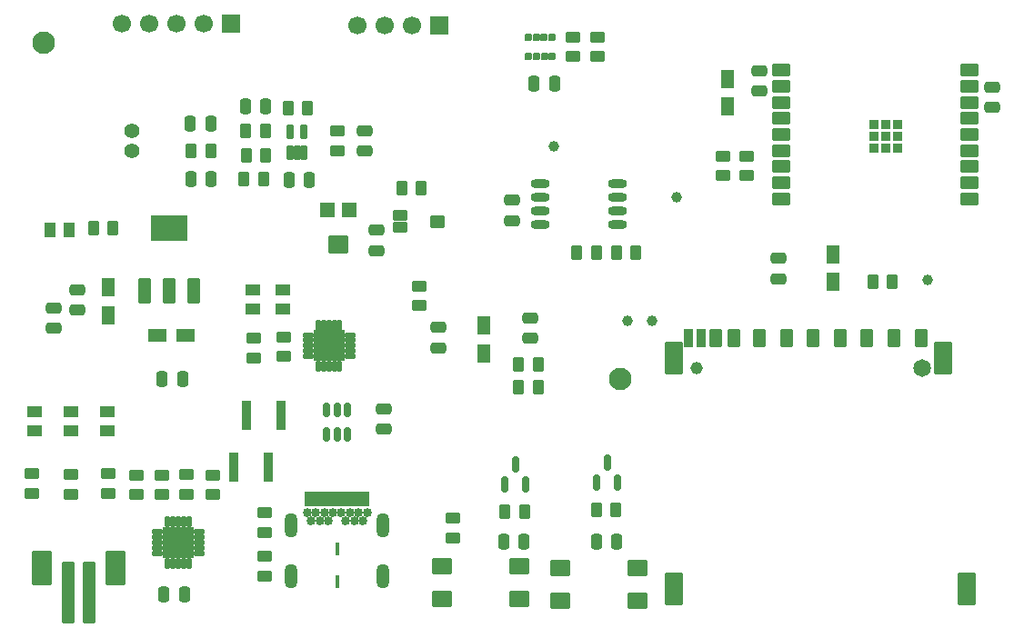
<source format=gts>
%TF.GenerationSoftware,KiCad,Pcbnew,9.0.4*%
%TF.CreationDate,2025-12-28T12:05:50+05:30*%
%TF.ProjectId,ESP-32 C3 demo project004,4553502d-3332-4204-9333-2064656d6f20,rev?*%
%TF.SameCoordinates,Original*%
%TF.FileFunction,Soldermask,Top*%
%TF.FilePolarity,Negative*%
%FSLAX45Y45*%
G04 Gerber Fmt 4.5, Leading zero omitted, Abs format (unit mm)*
G04 Created by KiCad (PCBNEW 9.0.4) date 2025-12-28 12:05:50*
%MOMM*%
%LPD*%
G01*
G04 APERTURE LIST*
G04 Aperture macros list*
%AMRoundRect*
0 Rectangle with rounded corners*
0 $1 Rounding radius*
0 $2 $3 $4 $5 $6 $7 $8 $9 X,Y pos of 4 corners*
0 Add a 4 corners polygon primitive as box body*
4,1,4,$2,$3,$4,$5,$6,$7,$8,$9,$2,$3,0*
0 Add four circle primitives for the rounded corners*
1,1,$1+$1,$2,$3*
1,1,$1+$1,$4,$5*
1,1,$1+$1,$6,$7*
1,1,$1+$1,$8,$9*
0 Add four rect primitives between the rounded corners*
20,1,$1+$1,$2,$3,$4,$5,0*
20,1,$1+$1,$4,$5,$6,$7,0*
20,1,$1+$1,$6,$7,$8,$9,0*
20,1,$1+$1,$8,$9,$2,$3,0*%
G04 Aperture macros list end*
%ADD10RoundRect,0.250000X-0.450000X0.262500X-0.450000X-0.262500X0.450000X-0.262500X0.450000X0.262500X0*%
%ADD11RoundRect,0.250000X-0.262500X-0.450000X0.262500X-0.450000X0.262500X0.450000X-0.262500X0.450000X0*%
%ADD12R,1.230000X1.800000*%
%ADD13RoundRect,0.250000X0.450000X-0.262500X0.450000X0.262500X-0.450000X0.262500X-0.450000X-0.262500X0*%
%ADD14C,2.100000*%
%ADD15RoundRect,0.250000X0.262500X0.450000X-0.262500X0.450000X-0.262500X-0.450000X0.262500X-0.450000X0*%
%ADD16RoundRect,0.150000X0.150000X-0.587500X0.150000X0.587500X-0.150000X0.587500X-0.150000X-0.587500X0*%
%ADD17C,1.000000*%
%ADD18O,1.804000X0.804000*%
%ADD19RoundRect,0.250000X-0.475000X0.250000X-0.475000X-0.250000X0.475000X-0.250000X0.475000X0.250000X0*%
%ADD20R,1.400000X1.000000*%
%ADD21RoundRect,0.250000X0.475000X-0.250000X0.475000X0.250000X-0.475000X0.250000X-0.475000X-0.250000X0*%
%ADD22RoundRect,0.151000X0.151000X-0.546000X0.151000X0.546000X-0.151000X0.546000X-0.151000X-0.546000X0*%
%ADD23RoundRect,0.250000X-0.250000X-0.475000X0.250000X-0.475000X0.250000X0.475000X-0.250000X0.475000X0*%
%ADD24R,1.000000X1.400000*%
%ADD25RoundRect,0.116000X0.116000X-0.406000X0.116000X0.406000X-0.116000X0.406000X-0.116000X-0.406000X0*%
%ADD26RoundRect,0.116000X0.406000X-0.116000X0.406000X0.116000X-0.406000X0.116000X-0.406000X-0.116000X0*%
%ADD27RoundRect,0.102000X1.350000X-1.350000X1.350000X1.350000X-1.350000X1.350000X-1.350000X-1.350000X0*%
%ADD28RoundRect,0.150000X-0.150000X0.512500X-0.150000X-0.512500X0.150000X-0.512500X0.150000X0.512500X0*%
%ADD29RoundRect,0.250000X0.250000X0.475000X-0.250000X0.475000X-0.250000X-0.475000X0.250000X-0.475000X0*%
%ADD30RoundRect,0.102000X-0.500000X-2.750000X0.500000X-2.750000X0.500000X2.750000X-0.500000X2.750000X0*%
%ADD31RoundRect,0.102000X-0.800000X-1.500000X0.800000X-1.500000X0.800000X1.500000X-0.800000X1.500000X0*%
%ADD32C,1.412000*%
%ADD33RoundRect,0.102000X0.800000X-0.700000X0.800000X0.700000X-0.800000X0.700000X-0.800000X-0.700000X0*%
%ADD34R,1.800000X1.230000*%
%ADD35RoundRect,0.102000X-0.800000X0.700000X-0.800000X-0.700000X0.800000X-0.700000X0.800000X0.700000X0*%
%ADD36RoundRect,0.102000X-0.550000X-0.400000X0.550000X-0.400000X0.550000X0.400000X-0.550000X0.400000X0*%
%ADD37RoundRect,0.102000X-0.550000X-0.500000X0.550000X-0.500000X0.550000X0.500000X-0.550000X0.500000X0*%
%ADD38R,1.700000X1.700000*%
%ADD39C,1.700000*%
%ADD40RoundRect,0.116000X0.406000X0.116000X-0.406000X0.116000X-0.406000X-0.116000X0.406000X-0.116000X0*%
%ADD41RoundRect,0.116000X0.116000X0.406000X-0.116000X0.406000X-0.116000X-0.406000X0.116000X-0.406000X0*%
%ADD42RoundRect,0.102000X1.350000X1.350000X-1.350000X1.350000X-1.350000X-1.350000X1.350000X-1.350000X0*%
%ADD43R,0.910000X2.810000*%
%ADD44RoundRect,0.081750X0.245250X-0.265250X0.245250X0.265250X-0.245250X0.265250X-0.245250X-0.265250X0*%
%ADD45RoundRect,0.102000X-0.600000X0.600000X-0.600000X-0.600000X0.600000X-0.600000X0.600000X0.600000X0*%
%ADD46RoundRect,0.102000X-0.800000X0.750000X-0.800000X-0.750000X0.800000X-0.750000X0.800000X0.750000X0*%
%ADD47RoundRect,0.102000X0.475000X-1.075000X0.475000X1.075000X-0.475000X1.075000X-0.475000X-1.075000X0*%
%ADD48RoundRect,0.102000X1.625000X-1.075000X1.625000X1.075000X-1.625000X1.075000X-1.625000X-1.075000X0*%
%ADD49RoundRect,0.102000X-0.150000X-0.600000X0.150000X-0.600000X0.150000X0.600000X-0.150000X0.600000X0*%
%ADD50C,0.854000*%
%ADD51RoundRect,0.102000X-0.100000X-0.500000X0.100000X-0.500000X0.100000X0.500000X-0.100000X0.500000X0*%
%ADD52O,1.254000X2.304000*%
%ADD53RoundRect,0.102000X-0.750000X-0.450000X0.750000X-0.450000X0.750000X0.450000X-0.750000X0.450000X0*%
%ADD54RoundRect,0.102000X-0.350000X-0.350000X0.350000X-0.350000X0.350000X0.350000X-0.350000X0.350000X0*%
%ADD55C,1.150000*%
%ADD56C,1.650000*%
%ADD57RoundRect,0.102000X-0.500000X-0.750000X0.500000X-0.750000X0.500000X0.750000X-0.500000X0.750000X0*%
%ADD58RoundRect,0.102000X-0.350000X-0.750000X0.350000X-0.750000X0.350000X0.750000X-0.350000X0.750000X0*%
%ADD59RoundRect,0.102000X-0.750000X-1.400000X0.750000X-1.400000X0.750000X1.400000X-0.750000X1.400000X0*%
G04 APERTURE END LIST*
D10*
%TO.C,R3*%
X16497300Y-9421050D03*
X16497300Y-9603550D03*
%TD*%
D11*
%TO.C,R34*%
X19584150Y-8986700D03*
X19766650Y-8986700D03*
%TD*%
D12*
%TO.C,C4*%
X15040000Y-6910000D03*
X15040000Y-7172000D03*
%TD*%
D13*
%TO.C,R24*%
X19367500Y-4764850D03*
X19367500Y-4582350D03*
%TD*%
D14*
%TO.C,REF\u002A\u002A*%
X19802000Y-7767000D03*
%TD*%
D15*
%TO.C,R16*%
X19954050Y-6591300D03*
X19771550Y-6591300D03*
%TD*%
D16*
%TO.C,Q2*%
X18734400Y-8751450D03*
X18924400Y-8751450D03*
X18829400Y-8563950D03*
%TD*%
D17*
%TO.C,TP3*%
X20332700Y-6070600D03*
%TD*%
%TO.C,TP5*%
X19189700Y-5600700D03*
%TD*%
D15*
%TO.C,R29*%
X16508250Y-5681000D03*
X16325750Y-5681000D03*
%TD*%
D18*
%TO.C,U6*%
X19058300Y-5943600D03*
X19058300Y-6070600D03*
X19058300Y-6197600D03*
X19058300Y-6324600D03*
X19778300Y-6324600D03*
X19778300Y-6197600D03*
X19778300Y-6070600D03*
X19778300Y-5943600D03*
%TD*%
D17*
%TO.C,TP1*%
X20104100Y-7226300D03*
%TD*%
D13*
%TO.C,R14*%
X16677000Y-7559350D03*
X16677000Y-7376850D03*
%TD*%
D19*
%TO.C,C23*%
X14528800Y-7105900D03*
X14528800Y-7295900D03*
%TD*%
%TO.C,C24*%
X17538700Y-6382000D03*
X17538700Y-6572000D03*
%TD*%
D17*
%TO.C,TP4*%
X22669500Y-6845300D03*
%TD*%
D20*
%TO.C,LED2*%
X14692000Y-8252000D03*
X14692000Y-8072000D03*
%TD*%
D11*
%TO.C,R12*%
X18860750Y-7846500D03*
X19043250Y-7846500D03*
%TD*%
D20*
%TO.C,LED1*%
X14357000Y-8252000D03*
X14357000Y-8072000D03*
%TD*%
D11*
%TO.C,R23*%
X17771750Y-5993000D03*
X17954250Y-5993000D03*
%TD*%
D12*
%TO.C,C7*%
X20806000Y-4969050D03*
X20806000Y-5231050D03*
%TD*%
%TO.C,C12*%
X21790000Y-6865050D03*
X21790000Y-6603050D03*
%TD*%
D21*
%TO.C,C13*%
X21283000Y-6832050D03*
X21283000Y-6642050D03*
%TD*%
D20*
%TO.C,LED6*%
X16383000Y-7113100D03*
X16383000Y-6933100D03*
%TD*%
D21*
%TO.C,C20*%
X17427000Y-5643000D03*
X17427000Y-5453000D03*
%TD*%
D22*
%TO.C,U7*%
X16734000Y-5658000D03*
X16799000Y-5658000D03*
X16864000Y-5658000D03*
X16864000Y-5466000D03*
X16734000Y-5466000D03*
%TD*%
D20*
%TO.C,LED3*%
X15027000Y-8252000D03*
X15027000Y-8072000D03*
%TD*%
D13*
%TO.C,R2*%
X16010000Y-8846250D03*
X16010000Y-8663750D03*
%TD*%
D23*
%TO.C,C6*%
X15559000Y-9772000D03*
X15749000Y-9772000D03*
%TD*%
D15*
%TO.C,R10*%
X15084250Y-6360000D03*
X14901750Y-6360000D03*
%TD*%
D24*
%TO.C,LED4*%
X14676000Y-6380000D03*
X14496000Y-6380000D03*
%TD*%
D25*
%TO.C,U4*%
X16994200Y-7650300D03*
X17044200Y-7650300D03*
X17094200Y-7650300D03*
X17144200Y-7650300D03*
X17194200Y-7650300D03*
D26*
X17287700Y-7556800D03*
X17287700Y-7506800D03*
X17287700Y-7456800D03*
X17287700Y-7406800D03*
X17287700Y-7356800D03*
D25*
X17194200Y-7263300D03*
X17144200Y-7263300D03*
X17094200Y-7263300D03*
X17044200Y-7263300D03*
X16994200Y-7263300D03*
D26*
X16900700Y-7356800D03*
X16900700Y-7406800D03*
X16900700Y-7456800D03*
X16900700Y-7506800D03*
X16900700Y-7556800D03*
D27*
X17094200Y-7456800D03*
%TD*%
D10*
%TO.C,R4*%
X16497300Y-9014650D03*
X16497300Y-9197150D03*
%TD*%
%TO.C,R32*%
X18249900Y-9065450D03*
X18249900Y-9247950D03*
%TD*%
D28*
%TO.C,U5*%
X17265400Y-8052350D03*
X17170400Y-8052350D03*
X17075400Y-8052350D03*
X17075400Y-8279850D03*
X17170400Y-8279850D03*
X17265400Y-8279850D03*
%TD*%
D10*
%TO.C,R15*%
X20979550Y-5691400D03*
X20979550Y-5873900D03*
%TD*%
D21*
%TO.C,C11*%
X18965000Y-7389500D03*
X18965000Y-7199500D03*
%TD*%
D29*
%TO.C,C2*%
X15732000Y-7764000D03*
X15542000Y-7764000D03*
%TD*%
D11*
%TO.C,R13*%
X18860750Y-7628500D03*
X19043250Y-7628500D03*
%TD*%
D20*
%TO.C,LED5*%
X16668000Y-7117100D03*
X16668000Y-6937100D03*
%TD*%
D17*
%TO.C,TP2*%
X19875500Y-7226300D03*
%TD*%
D11*
%TO.C,R27*%
X16301750Y-5906000D03*
X16484250Y-5906000D03*
%TD*%
D30*
%TO.C,J2*%
X14664000Y-9753000D03*
X14864000Y-9753000D03*
D31*
X14424000Y-9528000D03*
X15104000Y-9528000D03*
%TD*%
D13*
%TO.C,R31*%
X17173000Y-5639250D03*
X17173000Y-5456750D03*
%TD*%
D14*
%TO.C,REF\u002A\u002A*%
X14442000Y-4632000D03*
%TD*%
D32*
%TO.C,MK1*%
X15263800Y-5454900D03*
X15263800Y-5644900D03*
%TD*%
D11*
%TO.C,R28*%
X15810750Y-5639000D03*
X15993250Y-5639000D03*
%TD*%
D33*
%TO.C,S1*%
X19244400Y-9829800D03*
X19964400Y-9829800D03*
X19244400Y-9529800D03*
X19964400Y-9529800D03*
%TD*%
D13*
%TO.C,R20*%
X20759550Y-5873900D03*
X20759550Y-5691400D03*
%TD*%
D15*
%TO.C,R19*%
X22340250Y-6860050D03*
X22157750Y-6860050D03*
%TD*%
D34*
%TO.C,C3*%
X15761000Y-7364000D03*
X15499000Y-7364000D03*
%TD*%
D35*
%TO.C,S2*%
X18863900Y-9514700D03*
X18143900Y-9514700D03*
X18863900Y-9814700D03*
X18143900Y-9814700D03*
%TD*%
D13*
%TO.C,R8*%
X14689000Y-8839250D03*
X14689000Y-8656750D03*
%TD*%
%TO.C,R9*%
X14329000Y-8832250D03*
X14329000Y-8649750D03*
%TD*%
D36*
%TO.C,Q1*%
X17754500Y-6246000D03*
X17754500Y-6356000D03*
D37*
X18105500Y-6301000D03*
%TD*%
D11*
%TO.C,R30*%
X16321750Y-5456000D03*
X16504250Y-5456000D03*
%TD*%
D19*
%TO.C,C5*%
X14748000Y-6937000D03*
X14748000Y-7127000D03*
%TD*%
D23*
%TO.C,C16*%
X15805000Y-5386000D03*
X15995000Y-5386000D03*
%TD*%
D15*
%TO.C,R33*%
X18915650Y-9004700D03*
X18733150Y-9004700D03*
%TD*%
D29*
%TO.C,C19*%
X16508000Y-5228000D03*
X16318000Y-5228000D03*
%TD*%
D38*
%TO.C,J4*%
X18121000Y-4472000D03*
D39*
X17867000Y-4472000D03*
X17613000Y-4472000D03*
X17359000Y-4472000D03*
%TD*%
D19*
%TO.C,C8*%
X21098000Y-4894050D03*
X21098000Y-5084050D03*
%TD*%
D13*
%TO.C,R25*%
X19596100Y-4764850D03*
X19596100Y-4582350D03*
%TD*%
D11*
%TO.C,R26*%
X16714750Y-5241000D03*
X16897250Y-5241000D03*
%TD*%
D40*
%TO.C,U1*%
X15887500Y-9392000D03*
X15887500Y-9342000D03*
X15887500Y-9292000D03*
X15887500Y-9242000D03*
X15887500Y-9192000D03*
D41*
X15794000Y-9098500D03*
X15744000Y-9098500D03*
X15694000Y-9098500D03*
X15644000Y-9098500D03*
X15594000Y-9098500D03*
D40*
X15500500Y-9192000D03*
X15500500Y-9242000D03*
X15500500Y-9292000D03*
X15500500Y-9342000D03*
X15500500Y-9392000D03*
D41*
X15594000Y-9485500D03*
X15644000Y-9485500D03*
X15694000Y-9485500D03*
X15744000Y-9485500D03*
X15794000Y-9485500D03*
D42*
X15694000Y-9292000D03*
%TD*%
D13*
%TO.C,R18*%
X16392000Y-7568350D03*
X16392000Y-7385850D03*
%TD*%
D12*
%TO.C,C9*%
X18534000Y-7270500D03*
X18534000Y-7532500D03*
%TD*%
D10*
%TO.C,R11*%
X17936000Y-6899250D03*
X17936000Y-7081750D03*
%TD*%
D13*
%TO.C,R5*%
X15303000Y-8846250D03*
X15303000Y-8663750D03*
%TD*%
D19*
%TO.C,C10*%
X18111000Y-7288500D03*
X18111000Y-7478500D03*
%TD*%
D43*
%TO.C,F1*%
X16649700Y-8102600D03*
X16325700Y-8102600D03*
%TD*%
D13*
%TO.C,R1*%
X15764000Y-8839250D03*
X15764000Y-8656750D03*
%TD*%
D44*
%TO.C,U2*%
X18951700Y-4583600D03*
X19025700Y-4585600D03*
X19098700Y-4585600D03*
X19172700Y-4584600D03*
X19172700Y-4761600D03*
X19100700Y-4762600D03*
X19026700Y-4761600D03*
X18952700Y-4761600D03*
%TD*%
D29*
%TO.C,C22*%
X18912400Y-9283700D03*
X18722400Y-9283700D03*
%TD*%
D38*
%TO.C,J5*%
X16184000Y-4458000D03*
D39*
X15930000Y-4458000D03*
X15676000Y-4458000D03*
X15422000Y-4458000D03*
X15168000Y-4458000D03*
%TD*%
D45*
%TO.C,R17*%
X17283100Y-6190000D03*
D46*
X17183100Y-6515000D03*
D45*
X17083100Y-6190000D03*
%TD*%
D19*
%TO.C,C14*%
X18799900Y-6102900D03*
X18799900Y-6292900D03*
%TD*%
D23*
%TO.C,C15*%
X19005800Y-5016500D03*
X19195800Y-5016500D03*
%TD*%
D47*
%TO.C,VR1*%
X15377000Y-6944000D03*
X15607000Y-6944000D03*
X15837000Y-6944000D03*
D48*
X15607000Y-6364000D03*
%TD*%
D29*
%TO.C,C17*%
X15998000Y-5900000D03*
X15808000Y-5900000D03*
%TD*%
D49*
%TO.C,J1*%
X16895400Y-8888200D03*
X16945400Y-8888200D03*
X16995400Y-8888200D03*
X17045400Y-8888200D03*
X17095400Y-8888200D03*
X17145400Y-8888200D03*
X17195400Y-8888200D03*
X17245400Y-8888200D03*
X17295400Y-8888200D03*
X17345400Y-8888200D03*
X17395400Y-8888200D03*
X17445400Y-8888200D03*
D50*
X17450400Y-9013200D03*
X17410400Y-9084200D03*
X17330400Y-9084200D03*
X17290400Y-9013200D03*
X17250400Y-9084200D03*
X17210400Y-9013200D03*
X17130400Y-9013200D03*
X17090400Y-9084200D03*
X17050400Y-9013200D03*
X17010400Y-9084200D03*
X16930400Y-9084200D03*
X16890400Y-9013200D03*
X17370400Y-9013200D03*
X16970400Y-9013200D03*
D51*
X17170400Y-9346200D03*
X17170400Y-9656200D03*
D52*
X16743400Y-9128200D03*
X17597400Y-9128200D03*
X16743400Y-9601200D03*
X17597400Y-9601200D03*
%TD*%
D53*
%TO.C,U3*%
X21305000Y-4889050D03*
X21305000Y-5039050D03*
X21305000Y-5189050D03*
X21305000Y-5339050D03*
X21305000Y-5489050D03*
X21305000Y-5639050D03*
X21305000Y-5789050D03*
X21305000Y-5939050D03*
X21305000Y-6089050D03*
X23055000Y-6089050D03*
X23055000Y-5939050D03*
X23055000Y-5789050D03*
X23055000Y-5639050D03*
X23055000Y-5489050D03*
X23055000Y-5339050D03*
X23055000Y-5189050D03*
X23055000Y-5039050D03*
X23055000Y-4889050D03*
D54*
X22166000Y-5399050D03*
X22276000Y-5399050D03*
X22386000Y-5399050D03*
X22166000Y-5509050D03*
X22276000Y-5509050D03*
X22386000Y-5509050D03*
X22166000Y-5619050D03*
X22276000Y-5619050D03*
X22386000Y-5619050D03*
%TD*%
D13*
%TO.C,R6*%
X15537000Y-8846250D03*
X15537000Y-8663750D03*
%TD*%
D55*
%TO.C,J3*%
X20517000Y-7669000D03*
D56*
X22617000Y-7669000D03*
D57*
X22354500Y-7389000D03*
X22104500Y-7389000D03*
X21854500Y-7389000D03*
X21604500Y-7389000D03*
X21354500Y-7389000D03*
X21104500Y-7389000D03*
X20862000Y-7389000D03*
X20692000Y-7389000D03*
X22604500Y-7389000D03*
D58*
X20562000Y-7389000D03*
D59*
X20302000Y-7569000D03*
X22812000Y-7569000D03*
X23032000Y-9719000D03*
X20302000Y-9719000D03*
D58*
X20442000Y-7389000D03*
%TD*%
D21*
%TO.C,C1*%
X17602200Y-8235700D03*
X17602200Y-8045700D03*
%TD*%
D29*
%TO.C,C21*%
X19773400Y-9283700D03*
X19583400Y-9283700D03*
%TD*%
D43*
%TO.C,F2*%
X16208300Y-8585200D03*
X16532300Y-8585200D03*
%TD*%
D13*
%TO.C,R7*%
X15036000Y-8832250D03*
X15036000Y-8649750D03*
%TD*%
D19*
%TO.C,C25*%
X23266400Y-5048500D03*
X23266400Y-5238500D03*
%TD*%
D23*
%TO.C,C18*%
X16724000Y-5909000D03*
X16914000Y-5909000D03*
%TD*%
D16*
%TO.C,Q3*%
X19589400Y-8730450D03*
X19779400Y-8730450D03*
X19684400Y-8542950D03*
%TD*%
D15*
%TO.C,R22*%
X19585750Y-6591300D03*
X19403250Y-6591300D03*
%TD*%
M02*

</source>
